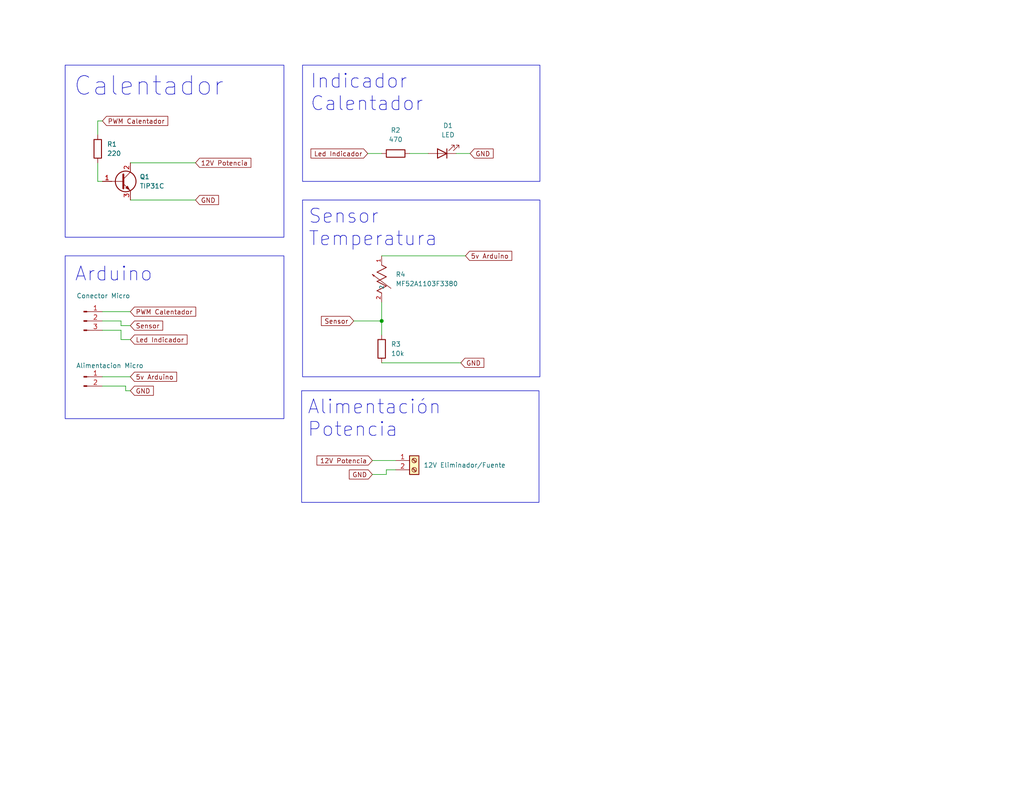
<source format=kicad_sch>
(kicad_sch (version 20250114) (generator "eeschema") (generator_version "9.0")
  (paper "USLetter")
  (title_block (title "Control de temperatura") (date "2025-04-21") (rev "V1") (comment 1 "Sebastian Roman Lugo Chavez") (comment 2 "Sebastian Zajir Sanchez Aguilar") (comment 3 "Carlos Ramses Fregoso Espericueta") (comment 4 "Luis Antonio Chavez Rodriguez"))
  (lib_symbols
    (symbol "Connector:Conn_01x02_Pin" (pin_names (offset 1.016) (hide yes))
      (property "Reference" "J" (at 0 2.54 0))
      (property "Value" "Conn_01x02_Pin" (at 0 -5.08 0))
      (symbol "Conn_01x02_Pin_1_1"
        (rectangle (start 0.8636 0.127) (end 0 -0.127) (stroke (width 0.1524)) (fill (type outline)))
        (rectangle (start 0.8636 -2.413) (end 0 -2.667) (stroke (width 0.1524)) (fill (type outline)))
        (polyline (pts (xy 1.27 0) (xy 0.8636 0)) (stroke (width 0.1524)))
        (polyline (pts (xy 1.27 -2.54) (xy 0.8636 -2.54)) (stroke (width 0.1524)))
        (pin passive line (at 5.08 0 180) (length 3.81) (name "Pin_1") (number "1"))
        (pin passive line (at 5.08 -2.54 180) (length 3.81) (name "Pin_2") (number "2"))
      )
    )
    (symbol "Connector:Conn_01x03_Pin" (pin_names (offset 1.016) (hide yes))
      (property "Reference" "J" (at 0 5.08 0))
      (property "Value" "Conn_01x03_Pin" (at 0 -5.08 0))
      (symbol "Conn_01x03_Pin_1_1"
        (rectangle (start 0.8636 2.667) (end 0 2.413) (stroke (width 0.1524)) (fill (type outline)))
        (rectangle (start 0.8636 0.127) (end 0 -0.127) (stroke (width 0.1524)) (fill (type outline)))
        (rectangle (start 0.8636 -2.413) (end 0 -2.667) (stroke (width 0.1524)) (fill (type outline)))
        (polyline (pts (xy 1.27 2.54) (xy 0.8636 2.54)) (stroke (width 0.1524)))
        (polyline (pts (xy 1.27 0) (xy 0.8636 0)) (stroke (width 0.1524)))
        (polyline (pts (xy 1.27 -2.54) (xy 0.8636 -2.54)) (stroke (width 0.1524)))
        (pin passive line (at 5.08 2.54 180) (length 3.81) (name "Pin_1") (number "1"))
        (pin passive line (at 5.08 0 180) (length 3.81) (name "Pin_2") (number "2"))
        (pin passive line (at 5.08 -2.54 180) (length 3.81) (name "Pin_3") (number "3"))
      )
    )
    (symbol "Connector:Screw_Terminal_01x02" (pin_names (offset 1.016) (hide yes))
      (property "Reference" "J" (at 0 2.54 0))
      (property "Value" "Screw_Terminal_01x02" (at 0 -5.08 0))
      (symbol "Screw_Terminal_01x02_1_1"
        (rectangle (start -1.27 1.27) (end 1.27 -3.81) (stroke (width 0.254)) (fill (type background)))
        (polyline (pts (xy -0.5334 0.3302) (xy 0.3302 -0.508)) (stroke (width 0.1524)))
        (polyline (pts (xy -0.5334 -2.2098) (xy 0.3302 -3.048)) (stroke (width 0.1524)))
        (polyline (pts (xy -0.3556 0.508) (xy 0.508 -0.3302)) (stroke (width 0.1524)))
        (polyline (pts (xy -0.3556 -2.032) (xy 0.508 -2.8702)) (stroke (width 0.1524)))
        (circle (center 0 0) (radius 0.635) (stroke (width 0.1524)))
        (circle (center 0 -2.54) (radius 0.635) (stroke (width 0.1524)))
        (pin passive line (at -5.08 0 0) (length 3.81) (name "Pin_1") (number "1"))
        (pin passive line (at -5.08 -2.54 0) (length 3.81) (name "Pin_2") (number "2"))
      )
    )
    (symbol "Device:LED" (pin_numbers (hide yes)) (pin_names (offset 1.016) (hide yes))
      (property "Reference" "D" (at 0 2.54 0))
      (property "Value" "LED" (at 0 -2.54 0))
      (symbol "LED_0_1"
        (polyline (pts (xy -3.048 -0.762) (xy -4.572 -2.286) (xy -3.81 -2.286) (xy -4.572 -2.286) (xy -4.572 -1.524)))
        (polyline (pts (xy -1.778 -0.762) (xy -3.302 -2.286) (xy -2.54 -2.286) (xy -3.302 -2.286) (xy -3.302 -1.524)))
        (polyline (pts (xy -1.27 0) (xy 1.27 0)))
        (polyline (pts (xy -1.27 -1.27) (xy -1.27 1.27)) (stroke (width 0.254)))
        (polyline (pts (xy 1.27 -1.27) (xy 1.27 1.27) (xy -1.27 0) (xy 1.27 -1.27)) (stroke (width 0.254)))
      )
      (symbol "LED_1_1"
        (pin passive line (at -3.81 0 0) (length 2.54) (name "K") (number "1"))
        (pin passive line (at 3.81 0 180) (length 2.54) (name "A") (number "2"))
      )
    )
    (symbol "Device:R" (pin_numbers (hide yes)) (pin_names (offset 0))
      (property "Reference" "R" (at 2.032 0 90))
      (property "Value" "R" (at 0 0 90))
      (symbol "R_0_1"
        (rectangle (start -1.016 -2.54) (end 1.016 2.54) (stroke (width 0.254)))
      )
      (symbol "R_1_1"
        (pin passive line (at 0 3.81 270) (length 1.27) (name "~") (number "1"))
        (pin passive line (at 0 -3.81 90) (length 1.27) (name "~") (number "2"))
      )
    )
    (symbol "New_Library:MF52A1103F3380" (pin_names (offset 1.016))
      (property "Reference" "R" (at -2.1844 2.6924 0))
      (property "Value" "MF52A1103F3380" (at -2.6162 -6.1976 0))
      (symbol "MF52A1103F3380_0_0"
        (polyline (pts (xy 2.54 0) (xy 3.175 1.27)) (stroke (width 0.2032)))
        (polyline (pts (xy 3.175 1.27) (xy 4.445 -1.27)) (stroke (width 0.2032)))
        (polyline (pts (xy 3.81 -2.54) (xy 7.62 2.54)) (stroke (width 0.1524)))
        (polyline (pts (xy 4.445 -1.27) (xy 5.715 1.27)) (stroke (width 0.2032)))
        (polyline (pts (xy 5.715 1.27) (xy 6.985 -1.27)) (stroke (width 0.2032)))
        (polyline (pts (xy 6.985 -1.27) (xy 8.255 1.27)) (stroke (width 0.2032)))
        (polyline (pts (xy 7.112 2.159) (xy 7.366 2.032)) (stroke (width 0.1524)))
        (polyline (pts (xy 7.239 2.159) (xy 7.62 2.54)) (stroke (width 0.1524)))
        (polyline (pts (xy 7.366 2.032) (xy 7.239 2.159)) (stroke (width 0.1524)))
        (polyline (pts (xy 7.62 2.54) (xy 7.112 2.159)) (stroke (width 0.1524)))
        (polyline (pts (xy 7.62 2.54) (xy 7.366 2.032)) (stroke (width 0.1524)))
        (polyline (pts (xy 8.255 1.27) (xy 9.525 -1.27)) (stroke (width 0.2032)))
        (polyline (pts (xy 9.525 -1.27) (xy 10.16 0)) (stroke (width 0.2032)))
        (pin passive line (at 0 0 0) (length 2.54) (name "2") (number "2"))
        (pin passive line (at 12.7 0 180) (length 2.54) (name "~") (number "1"))
      )
    )
    (symbol "Transistor_BJT:TIP41C" (pin_names (offset 0) (hide yes))
      (property "Reference" "Q" (at 6.35 1.905 0))
      (property "Value" "TIP41C" (at 6.35 0 0))
      (symbol "TIP41C_0_1"
        (polyline (pts (xy -2.54 0) (xy 0.635 0)))
        (polyline (pts (xy 0.635 1.905) (xy 0.635 -1.905)) (stroke (width 0.508)))
        (circle (center 1.27 0) (radius 2.8194) (stroke (width 0.254)))
      )
      (symbol "TIP41C_1_1"
        (polyline (pts (xy 0.635 0.635) (xy 2.54 2.54)))
        (polyline (pts (xy 0.635 -0.635) (xy 2.54 -2.54)))
        (polyline (pts (xy 1.27 -1.778) (xy 1.778 -1.27) (xy 2.286 -2.286) (xy 1.27 -1.778)) (fill (type outline)))
        (pin input line (at -5.08 0 0) (length 2.54) (name "B") (number "1"))
        (pin passive line (at 2.54 5.08 270) (length 2.54) (name "C") (number "2"))
        (pin passive line (at 2.54 -5.08 90) (length 2.54) (name "E") (number "3"))
      )
    )
  )
  (rectangle (start 17.78 17.78) (end 77.47 64.77))
  (rectangle (start 82.55 17.78) (end 147.32 49.53))
  (rectangle (start 82.296 106.68) (end 147.066 137.16))
  (rectangle (start 17.78 69.85) (end 77.47 114.3))
  (rectangle (start 82.55 54.61) (end 147.32 102.87))
  (text "Sensor\nTemperatura\n" (at 84.074 62.23 0) (effects (font (size 3.81 3.81)) (justify left)))
  (text "Alimentación \nPotencia\n" (at 83.82 114.3 0) (effects (font (size 3.81 3.81)) (justify left)))
  (text "Indicador \nCalentador\n\n\n" (at 84.582 31.496 0) (effects (font (size 3.81 3.81)) (justify left)))
  (text "Calentador\n" (at 40.64 23.622 0) (effects (font (size 5.08 5.08))))
  (text "Arduino\n" (at 20.32 74.93 0) (effects (font (size 3.81 3.81)) (justify left)))
  (junction (at 104.14 87.63))
  (wire (pts (xy 35.56 54.61) (xy 53.34 54.61)))
  (wire (pts (xy 33.02 87.63) (xy 33.02 88.9)))
  (wire (pts (xy 105.41 129.54) (xy 105.41 128.27)))
  (wire (pts (xy 33.02 92.71) (xy 35.56 92.71)))
  (wire (pts (xy 104.14 82.55) (xy 104.14 87.63)))
  (wire (pts (xy 101.6 125.73) (xy 107.95 125.73)))
  (wire (pts (xy 104.14 69.85) (xy 127 69.85)))
  (wire (pts (xy 27.94 105.41) (xy 34.29 105.41)))
  (wire (pts (xy 35.56 44.45) (xy 53.34 44.45)))
  (wire (pts (xy 34.29 105.41) (xy 34.29 106.68)))
  (wire (pts (xy 33.02 90.17) (xy 27.94 90.17)))
  (wire (pts (xy 96.52 87.63) (xy 104.14 87.63)))
  (wire (pts (xy 27.94 87.63) (xy 33.02 87.63)))
  (wire (pts (xy 26.67 49.53) (xy 26.67 44.45)))
  (wire (pts (xy 104.14 99.06) (xy 125.73 99.06)))
  (wire (pts (xy 26.67 33.02) (xy 27.94 33.02)))
  (wire (pts (xy 34.29 106.68) (xy 35.56 106.68)))
  (wire (pts (xy 27.94 102.87) (xy 35.56 102.87)))
  (wire (pts (xy 27.94 85.09) (xy 35.56 85.09)))
  (wire (pts (xy 26.67 36.83) (xy 26.67 33.02)))
  (wire (pts (xy 27.94 49.53) (xy 26.67 49.53)))
  (wire (pts (xy 100.33 41.91) (xy 104.14 41.91)))
  (wire (pts (xy 105.41 128.27) (xy 107.95 128.27)))
  (wire (pts (xy 124.46 41.91) (xy 128.27 41.91)))
  (wire (pts (xy 104.14 87.63) (xy 104.14 91.44)))
  (wire (pts (xy 33.02 92.71) (xy 33.02 90.17)))
  (wire (pts (xy 101.6 129.54) (xy 105.41 129.54)))
  (wire (pts (xy 33.02 88.9) (xy 35.56 88.9)))
  (wire (pts (xy 111.76 41.91) (xy 116.84 41.91)))
  (global_label "Sensor" (shape input) (at 96.52 87.63 180) (property "Intersheetrefs" "${INTERSHEET_REFS}" (effects (hide yes))))
  (global_label "GND" (shape input) (at 35.56 106.68 0) (property "Intersheetrefs" "${INTERSHEET_REFS}" (effects (hide yes))))
  (global_label "5v Arduino" (shape input) (at 127 69.85 0) (property "Intersheetrefs" "${INTERSHEET_REFS}" (effects (hide yes))))
  (global_label "PWM Calentador" (shape input) (at 27.94 33.02 0) (property "Intersheetrefs" "${INTERSHEET_REFS}" (effects (hide yes))))
  (global_label "GND" (shape input) (at 53.34 54.61 0) (property "Intersheetrefs" "${INTERSHEET_REFS}" (effects (hide yes))))
  (global_label "Led Indicador" (shape input) (at 35.56 92.71 0) (property "Intersheetrefs" "${INTERSHEET_REFS}" (effects (hide yes))))
  (global_label "5v Arduino" (shape input) (at 35.56 102.87 0) (property "Intersheetrefs" "${INTERSHEET_REFS}" (effects (hide yes))))
  (global_label "Led Indicador" (shape input) (at 100.33 41.91 180) (property "Intersheetrefs" "${INTERSHEET_REFS}" (effects (hide yes))))
  (global_label "GND" (shape input) (at 125.73 99.06 0) (property "Intersheetrefs" "${INTERSHEET_REFS}" (effects (hide yes))))
  (global_label "12V Potencia" (shape input) (at 53.34 44.45 0) (property "Intersheetrefs" "${INTERSHEET_REFS}" (effects (hide yes))))
  (global_label "PWM Calentador" (shape input) (at 35.56 85.09 0) (property "Intersheetrefs" "${INTERSHEET_REFS}" (effects (hide yes))))
  (global_label "GND" (shape input) (at 128.27 41.91 0) (property "Intersheetrefs" "${INTERSHEET_REFS}" (effects (hide yes))))
  (global_label "12V Potencia" (shape input) (at 101.6 125.73 180) (property "Intersheetrefs" "${INTERSHEET_REFS}" (effects (hide yes))))
  (global_label "Sensor" (shape input) (at 35.56 88.9 0) (property "Intersheetrefs" "${INTERSHEET_REFS}" (effects (hide yes))))
  (global_label "GND" (shape input) (at 101.6 129.54 180) (property "Intersheetrefs" "${INTERSHEET_REFS}" (effects (hide yes))))
  (symbol (lib_id "Device:R") (at 107.95 41.91 90) (unit 1)
    (property "Reference" "R2" (at 107.95 35.56 90))
    (property "Value" "470" (at 107.95 38.1 90))
    (property "Footprint" "Resistor_THT:R_Axial_DIN0309_L9.0mm_D3.2mm_P12.70mm_Horizontal" (effects (hide yes)))
    (property "Description" "Resistor" (effects (hide yes)))
  )
  (symbol (lib_id "Device:R") (at 104.14 95.25 0) (unit 1)
    (property "Reference" "R3" (at 106.68 93.9799 0) (effects (justify left)))
    (property "Value" "10k" (at 106.68 96.5199 0) (effects (justify left)))
    (property "Footprint" "Resistor_THT:R_Axial_DIN0309_L9.0mm_D3.2mm_P12.70mm_Horizontal" (effects (hide yes)))
    (property "Description" "Resistor" (effects (hide yes)))
  )
  (symbol (lib_id "Connector:Conn_01x02_Pin") (at 22.86 102.87 0) (unit 1)
    (property "Reference" "J2" (effects (hide yes)))
    (property "Value" "Alimentacion Micro" (at 29.972 99.822 0))
    (property "Footprint" "Connector_PinSocket_2.54mm:PinSocket_1x02_P2.54mm_Vertical" (effects (hide yes)))
    (property "Description" "Generic connector, single row, 01x02, script generated" (effects (hide yes)))
  )
  (symbol (lib_id "Device:R") (at 26.67 40.64 0) (unit 1)
    (property "Reference" "R1" (at 29.21 39.3699 0) (effects (justify left)))
    (property "Value" "220" (at 29.21 41.9099 0) (effects (justify left)))
    (property "Footprint" "Resistor_THT:R_Axial_DIN0309_L9.0mm_D3.2mm_P12.70mm_Horizontal" (effects (hide yes)))
    (property "Description" "Resistor" (effects (hide yes)))
  )
  (symbol (lib_id "Connector:Conn_01x03_Pin") (at 22.86 87.63 0) (unit 1)
    (property "Reference" "J1" (effects (hide yes)))
    (property "Value" "Conector Micro" (at 28.194 80.772 0))
    (property "Footprint" "Connector_PinSocket_2.54mm:PinSocket_1x03_P2.54mm_Vertical" (effects (hide yes)))
    (property "Description" "Generic connector, single row, 01x03, script generated" (effects (hide yes)))
  )
  (symbol (lib_id "Device:LED") (at 120.65 41.91 180) (unit 1)
    (property "Reference" "D1" (at 122.2375 34.29 0))
    (property "Value" "LED" (at 122.2375 36.83 0))
    (property "Footprint" "LED_THT:LED_D5.0mm" (effects (hide yes)))
    (property "Description" "Light emitting diode" (effects (hide yes)))
    (property "Sim.Pins" "1=K 2=A" (effects (hide yes)))
  )
  (symbol (lib_id "Transistor_BJT:TIP41C") (at 33.02 49.53 0) (unit 1)
    (property "Reference" "Q1" (at 38.1 48.2599 0) (effects (justify left)))
    (property "Value" "TIP31C" (at 38.1 50.7999 0) (effects (justify left)))
    (property "Footprint" "Package_TO_SOT_THT:TO-220-3_Vertical" (effects (hide yes)))
    (property "Datasheet" "https://www.centralsemi.com/get_document.php?cmp=1&mergetype=pd&mergepath=pd&pdf_id=tip41.PDF" (effects (hide yes)))
    (property "Description" "6A Ic, 100V Vce, Power NPN Transistor, TO-220" (effects (hide yes)))
  )
  (symbol (lib_id "Connector:Screw_Terminal_01x02") (at 113.03 125.73 0) (unit 1)
    (property "Reference" "J3" (effects (hide yes)))
    (property "Value" "12V Eliminador/Fuente" (at 115.57 126.9999 0) (effects (justify left)))
    (property "Footprint" "TerminalBlock:TerminalBlock_Xinya_XY308-2.54-2P_1x02_P2.54mm_Horizontal" (effects (hide yes)))
    (property "Description" "Generic screw terminal, single row, 01x02, script generated (kicad-library-utils/schlib/autogen/connector/)" (effects (hide yes)))
  )
  (symbol (lib_id "New_Library:MF52A1103F3380") (at 104.14 82.55 90) (unit 1)
    (property "Reference" "R4" (at 107.95 74.9299 90) (effects (justify right)))
    (property "Value" "MF52A1103F3380" (at 107.95 77.4699 90) (effects (justify right)))
    (property "Footprint" "Nueva:TRES_MF52-A_CTM" (effects (hide yes)))
    (property "MF" "Cantherm" (effects (hide yes)))
    (property "Description_1" "THERMISTOR NTC 10KOHM 3380K BEAD" (effects (hide yes)))
    (property "COPYRIGHT" "Copyright (C) 2024 Ultra Librarian. All rights reserved." (effects (hide yes)))
    (property "Package" "Bead Cantherm" (effects (hide yes)))
    (property "Price" "None" (effects (hide yes)))
    (property "Check_prices" "https://www.snapeda.com/parts/MF52A1103F3380/Cantherm/view-part/?ref=eda" (effects (hide yes)))
    (property "Availability" "In Stock" (effects (hide yes)))
    (property "SnapEDA_Link" "https://www.snapeda.com/parts/MF52A1103F3380/Cantherm/view-part/?ref=snap" (effects (hide yes)))
    (property "MP" "MF52A1103F3380" (effects (hide yes)))
    (property "MFR_NAME" "CANTHERM" (effects (hide yes)))
    (property "MANUFACTURER_PART_NUMBER" "MF52A1103F3380" (effects (hide yes)))
  )
)
</source>
